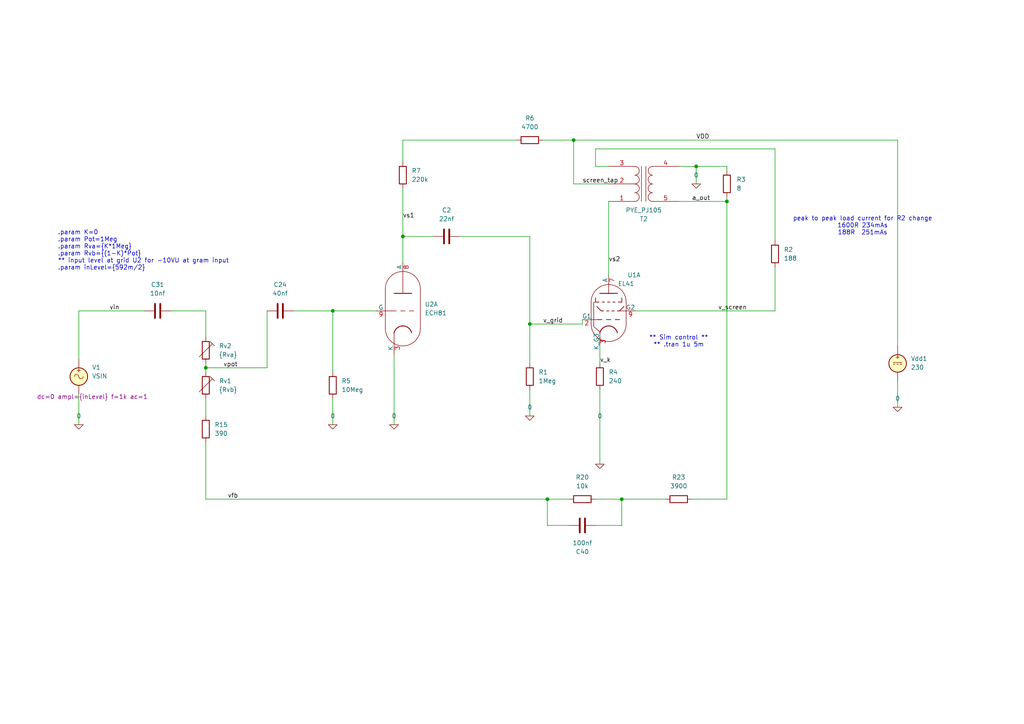
<source format=kicad_sch>
(kicad_sch (version 20231120) (generator "eeschema") (generator_version "8.0")
  (paper "A4")
  (lib_symbols
    (symbol "Device:C" (pin_numbers hide) (pin_names (offset 0.254))
      (property "Reference" "C" (at 0.635 2.54 0))
      (property "Value" "C" (at 0.635 -2.54 0))
      (symbol "C_0_1"
        (polyline (pts (xy -2.032 -0.762) (xy 2.032 -0.762)) (stroke (width 0.508)))
        (polyline (pts (xy -2.032 0.762) (xy 2.032 0.762)) (stroke (width 0.508)))
      )
      (symbol "C_1_1"
        (pin passive line (at 0 3.81 270) (length 2.794) (name "~") (number "1"))
        (pin passive line (at 0 -3.81 90) (length 2.794) (name "~") (number "2"))
      )
    )
    (symbol "Device:R" (pin_numbers hide) (pin_names (offset 0))
      (property "Reference" "R" (at 2.032 0 90))
      (property "Value" "R" (at 0 0 90))
      (symbol "R_0_1"
        (rectangle (start -1.016 -2.54) (end 1.016 2.54) (stroke (width 0.254)))
      )
      (symbol "R_1_1"
        (pin passive line (at 0 3.81 270) (length 1.27) (name "~") (number "1"))
        (pin passive line (at 0 -3.81 90) (length 1.27) (name "~") (number "2"))
      )
    )
    (symbol "Device:R_Trim" (pin_numbers hide) (pin_names (offset 0))
      (property "Reference" "R" (at 2.54 -2.54 90))
      (property "Value" "R_Trim" (at -2.54 -0.635 90))
      (symbol "R_Trim_0_1"
        (rectangle (start -1.016 -2.54) (end 1.016 2.54) (stroke (width 0.254)))
        (polyline (pts (xy -1.905 -1.905) (xy 1.905 1.905) (xy 2.54 1.27) (xy 1.27 2.54)))
      )
      (symbol "R_Trim_1_1"
        (pin passive line (at 0 3.81 270) (length 1.27) (name "~") (number "1"))
        (pin passive line (at 0 -3.81 90) (length 1.27) (name "~") (number "2"))
      )
    )
    (symbol "Device:Transformer_SP_1S" (pin_names (offset 1.016) hide)
      (property "Reference" "T" (at 0 6.35 0))
      (property "Value" "Transformer_SP_1S" (at 0 -7.62 0))
      (symbol "Transformer_SP_1S_0_1"
        (arc (start -2.54 -5.0546) (mid -1.6599 -4.6901) (end -1.27 -3.81))
        (arc (start -2.54 -2.5146) (mid -1.6599 -2.1501) (end -1.27 -1.27))
        (arc (start -2.54 0.0254) (mid -1.6599 0.3899) (end -1.27 1.27))
        (arc (start -2.54 2.5654) (mid -1.6599 2.9299) (end -1.27 3.81))
        (arc (start -1.27 -3.81) (mid -1.642 -2.912) (end -2.54 -2.54))
        (arc (start -1.27 -1.27) (mid -1.642 -0.372) (end -2.54 0))
        (arc (start -1.27 1.27) (mid -1.642 2.168) (end -2.54 2.54))
        (arc (start -1.27 3.81) (mid -1.642 4.708) (end -2.54 5.08))
        (polyline (pts (xy -0.635 5.08) (xy -0.635 -5.08)))
        (polyline (pts (xy 0.635 -5.08) (xy 0.635 5.08)))
        (arc (start 1.2954 -1.27) (mid 1.6599 -2.1501) (end 2.54 -2.5146))
        (arc (start 1.2954 1.27) (mid 1.6599 0.3899) (end 2.54 0.0254))
        (arc (start 1.2954 3.81) (mid 1.6599 2.9299) (end 2.54 2.5654))
        (arc (start 1.3208 -3.81) (mid 1.6853 -4.6901) (end 2.5654 -5.0546))
        (arc (start 2.54 0) (mid 1.642 -0.372) (end 1.2954 -1.27))
        (arc (start 2.54 2.54) (mid 1.642 2.168) (end 1.2954 1.27))
        (arc (start 2.54 5.08) (mid 1.642 4.708) (end 1.2954 3.81))
        (arc (start 2.5654 -2.54) (mid 1.6674 -2.912) (end 1.3208 -3.81))
      )
      (symbol "Transformer_SP_1S_1_1"
        (pin passive line (at -10.16 5.08 0) (length 7.62) (name "PR1") (number "1"))
        (pin passive line (at -10.16 0 0) (length 7.62) (name "PM") (number "2"))
        (pin passive line (at -10.16 -5.08 0) (length 7.62) (name "PR2") (number "3"))
        (pin passive line (at 10.16 -5.08 180) (length 7.62) (name "S1") (number "4"))
        (pin passive line (at 10.16 5.08 180) (length 7.62) (name "S2") (number "5"))
      )
    )
    (symbol "Simulation_SPICE:0" (power) (pin_numbers hide) (pin_names (offset 0) hide)
      (property "Value" "0" (at 0 -2.54 0))
      (symbol "0_0_1"
        (polyline (pts (xy -1.27 0) (xy 0 -1.27) (xy 1.27 0) (xy -1.27 0)))
      )
      (symbol "0_1_1"
        (pin power_in line (at 0 0 0) (length 0) (name "~") (number "1"))
      )
    )
    (symbol "Simulation_SPICE:VDC" (pin_numbers hide) (pin_names (offset 0.0254))
      (property "Reference" "V" (at 2.54 2.54 0))
      (property "Value" "1" (at 2.54 0 0))
      (symbol "VDC_0_0"
        (polyline (pts (xy -1.27 0.254) (xy 1.27 0.254)))
        (polyline (pts (xy -0.762 -0.254) (xy -1.27 -0.254)))
        (polyline (pts (xy 0.254 -0.254) (xy -0.254 -0.254)))
        (polyline (pts (xy 1.27 -0.254) (xy 0.762 -0.254)))
        (text "+" (at 0 1.905 0) (effects (font (size 1.27 1.27))))
      )
      (symbol "VDC_0_1"
        (circle (center 0 0) (radius 2.54) (stroke (width 0.254)) (fill (type background)))
      )
      (symbol "VDC_1_1"
        (pin passive line (at 0 5.08 270) (length 2.54) (name "~") (number "1"))
        (pin passive line (at 0 -5.08 90) (length 2.54) (name "~") (number "2"))
      )
    )
    (symbol "Simulation_SPICE:VSIN" (pin_numbers hide) (pin_names (offset 0.0254))
      (property "Reference" "V" (at 2.54 2.54 0))
      (property "Value" "VSIN" (at 2.54 0 0))
      (property "Sim.Params" "dc=0 ampl=1 f=1k ac=1" (at 2.54 -2.54 0))
      (symbol "VSIN_0_0"
        (arc (start 0 0) (mid -0.635 0.6323) (end -1.27 0))
        (arc (start 0 0) (mid 0.635 -0.6323) (end 1.27 0))
        (text "+" (at 0 1.905 0) (effects (font (size 1.27 1.27))))
      )
      (symbol "VSIN_0_1"
        (circle (center 0 0) (radius 2.54) (stroke (width 0.254)) (fill (type background)))
      )
      (symbol "VSIN_1_1"
        (pin passive line (at 0 5.08 270) (length 2.54) (name "~") (number "1"))
        (pin passive line (at 0 -5.08 90) (length 2.54) (name "~") (number "2"))
      )
    )
    (symbol "Valve:ECH81" (pin_names (offset 0))
      (property "Reference" "U" (at 2.54 12.7 0))
      (property "Value" "ECH81" (at 5.715 -9.525 0))
      (symbol "ECH81_0_1"
        (arc (start -5.08 -5.08) (mid 0 -10.1379) (end 5.08 -5.08))
        (polyline (pts (xy -5.08 6.35) (xy -5.08 -5.08) (xy -5.08 -5.08)))
        (polyline (pts (xy 5.08 6.35) (xy 5.08 -5.08) (xy 5.08 -5.08)))
        (arc (start 5.08 6.35) (mid 0 11.4079) (end -5.08 6.35))
      )
      (symbol "ECH81_1_0"
        (polyline (pts (xy -2.54 -6.35) (xy -2.54 -8.89)))
      )
      (symbol "ECH81_1_1"
        (polyline (pts (xy -5.08 0) (xy -3.175 0)))
        (polyline (pts (xy -1.905 0) (xy -3.175 0)) (stroke (width 0.1524)))
        (polyline (pts (xy -0.635 0) (xy 0.635 0)) (stroke (width 0.1524)))
        (polyline (pts (xy 1.905 0) (xy 3.175 0)) (stroke (width 0.1524)))
        (polyline (pts (xy -2.54 5.08) (xy 2.54 5.08) (xy 2.54 5.08)) (stroke (width 0.254)))
        (polyline (pts (xy 0 5.08) (xy 0 11.43) (xy 0 11.43)))
        (arc (start 2.54 -6.35) (mid 0 -4.3668) (end -2.54 -6.35) (stroke (width 0.254)))
        (pin bidirectional line (at -2.54 -12.7 90) (length 3.81) (name "K") (number "3"))
        (pin output line (at 0 13.97 270) (length 2.54) (name "A") (number "8"))
        (pin input line (at -7.62 0 0) (length 2.54) (name "G") (number "9"))
      )
      (symbol "ECH81_2_0"
        (polyline (pts (xy -5.08 -3.81) (xy -3.175 -3.81)))
        (polyline (pts (xy -5.08 1.27) (xy -3.175 1.27)))
        (polyline (pts (xy -2.54 -7.62) (xy -2.54 -10.16)))
        (polyline (pts (xy 0 8.89) (xy 0 11.43)))
        (polyline (pts (xy 4.572 3.81) (xy 5.08 3.81)))
      )
      (symbol "ECH81_2_1"
        (polyline (pts (xy -4.572 -5.588) (xy -2.54 -7.62)) (stroke (width 0.1524)))
        (polyline (pts (xy -4.572 6.35) (xy -4.572 -5.588)) (stroke (width 0.1524)))
        (polyline (pts (xy -3.937 0) (xy -2.667 -1.27)) (stroke (width 0.1524)))
        (polyline (pts (xy -3.937 5.08) (xy -2.667 3.81)) (stroke (width 0.1524)))
        (polyline (pts (xy -3.81 6.35) (xy -4.572 6.35)) (stroke (width 0.1524)))
        (polyline (pts (xy -3.81 6.35) (xy -2.794 6.35)) (stroke (width 0.1524)))
        (polyline (pts (xy -3.81 7.62) (xy -3.81 6.35)) (stroke (width 0.1524)))
        (polyline (pts (xy -2.667 -1.27) (xy -2.54 -1.27)) (stroke (width 0.1524)))
        (polyline (pts (xy -2.667 3.81) (xy -2.54 3.81)) (stroke (width 0.1524)))
        (polyline (pts (xy -1.905 -3.81) (xy -3.175 -3.81)) (stroke (width 0.1524)))
        (polyline (pts (xy -1.905 1.27) (xy -3.175 1.27)) (stroke (width 0.1524)))
        (polyline (pts (xy -1.8542 3.81) (xy -1.2192 3.81)) (stroke (width 0.1524)))
        (polyline (pts (xy -1.8542 6.35) (xy -1.2192 6.35)) (stroke (width 0.1524)))
        (polyline (pts (xy -1.27 -1.27) (xy -1.6002 -1.27)) (stroke (width 0.1524)))
        (polyline (pts (xy -0.635 -3.81) (xy 0.635 -3.81)) (stroke (width 0.1524)))
        (polyline (pts (xy -0.635 1.27) (xy 0.635 1.27)) (stroke (width 0.1524)))
        (polyline (pts (xy -0.3302 -1.27) (xy 0.3302 -1.27)) (stroke (width 0.1524)))
        (polyline (pts (xy -0.3302 3.81) (xy 0.3302 3.81)) (stroke (width 0.1524)))
        (polyline (pts (xy -0.3302 6.35) (xy 0.3302 6.35)) (stroke (width 0.1524)))
        (polyline (pts (xy 1.2192 -1.27) (xy 1.6002 -1.27)) (stroke (width 0.1524)))
        (polyline (pts (xy 1.2192 3.81) (xy 1.8542 3.81)) (stroke (width 0.1524)))
        (polyline (pts (xy 1.2192 6.35) (xy 1.8542 6.35)) (stroke (width 0.1524)))
        (polyline (pts (xy 1.905 -3.81) (xy 3.175 -3.81)) (stroke (width 0.1524)))
        (polyline (pts (xy 1.905 1.27) (xy 3.175 1.27)) (stroke (width 0.1524)))
        (polyline (pts (xy 2.54 -1.27) (xy 2.921 -1.27)) (stroke (width 0.1524)))
        (polyline (pts (xy 2.54 3.81) (xy 2.921 3.81)) (stroke (width 0.1524)))
        (polyline (pts (xy 2.921 3.81) (xy 4.572 3.81)))
        (polyline (pts (xy 3.81 6.35) (xy 2.794 6.35)) (stroke (width 0.1524)))
        (polyline (pts (xy 3.81 7.62) (xy 3.81 6.35)) (stroke (width 0.1524)))
        (polyline (pts (xy 3.937 0) (xy 2.921 -1.27)) (stroke (width 0.1524)))
        (polyline (pts (xy 3.937 5.08) (xy 2.921 3.81)) (stroke (width 0.1524)))
        (polyline (pts (xy 4.572 -1.27) (xy 2.921 -1.27)))
        (polyline (pts (xy 4.572 3.81) (xy 4.572 -1.27)))
        (polyline (pts (xy -2.54 8.89) (xy 2.54 8.89) (xy 2.54 8.89) (xy 2.54 8.89)) (stroke (width 0.254)))
        (arc (start 2.54 -7.62) (mid 0 -5.6368) (end -2.54 -7.62) (stroke (width 0.254)))
        (pin input line (at 7.62 3.81 180) (length 2.54) (name "G2_G4") (number "1"))
        (pin input line (at -7.62 -3.81 0) (length 2.54) (name "G1") (number "2"))
        (pin output line (at 0 13.97 270) (length 2.54) (name "A") (number "6"))
        (pin input line (at -7.62 1.27 0) (length 2.54) (name "G3") (number "7"))
        (pin bidirectional line (at -2.54 -11.43 90) (length 2.54) (name "K_G5") (number "~"))
      )
      (symbol "ECH81_3_1"
        (arc (start 2.54 -6.35) (mid 0 -4.7802) (end -2.54 -6.35))
        (pin power_in line (at -2.54 -13.97 90) (length 7.62) (name "F1") (number "4"))
        (pin power_in line (at 2.54 -13.97 90) (length 7.62) (name "F2") (number "5"))
      )
    )
    (symbol "Valve:EL84" (pin_names (offset 0))
      (property "Reference" "U" (at 2.54 10.16 0))
      (property "Value" "EL84" (at 7.62 -7.62 0))
      (symbol "EL84_0_1"
        (arc (start -5.08 -2.54) (mid 0 -7.5979) (end 5.08 -2.54))
        (polyline (pts (xy -5.08 3.81) (xy -5.08 -2.54) (xy -5.08 -2.54)))
        (polyline (pts (xy 5.08 -2.54) (xy 5.08 3.81) (xy 5.08 3.81)))
        (arc (start 5.08 3.81) (mid 0 8.8679) (end -5.08 3.81))
      )
      (symbol "EL84_1_0"
        (polyline (pts (xy -2.54 -5.08) (xy -2.54 -7.62)))
      )
      (symbol "EL84_1_1"
        (polyline (pts (xy -5.08 -1.27) (xy -3.175 -1.27)))
        (polyline (pts (xy -4.318 -3.302) (xy -4.318 3.7338)))
        (polyline (pts (xy -4.318 -3.302) (xy -2.54 -4.826)))
        (polyline (pts (xy -4.064 3.7338) (xy -4.318 3.7338)))
        (polyline (pts (xy -3.81 3.81) (xy -2.794 3.81)) (stroke (width 0.2032)))
        (polyline (pts (xy -3.81 5.08) (xy -3.81 3.81)) (stroke (width 0.2032)))
        (polyline (pts (xy -3.429 2.54) (xy -2.159 1.27)) (stroke (width 0.2032)))
        (polyline (pts (xy -2.159 1.27) (xy -1.4732 1.27)) (stroke (width 0.2032)))
        (polyline (pts (xy -1.905 -1.27) (xy -3.175 -1.27)) (stroke (width 0.2032)))
        (polyline (pts (xy -1.8542 3.81) (xy -1.2192 3.81)) (stroke (width 0.2032)))
        (polyline (pts (xy -0.635 -1.27) (xy 0.635 -1.27)) (stroke (width 0.2032)))
        (polyline (pts (xy -0.5842 1.27) (xy 0.0762 1.27)) (stroke (width 0.2032)))
        (polyline (pts (xy -0.3302 3.81) (xy 0.3302 3.81)) (stroke (width 0.2032)))
        (polyline (pts (xy 0 6.35) (xy 0 8.89)))
        (polyline (pts (xy 0.9652 1.27) (xy 1.6002 1.27)) (stroke (width 0.2032)))
        (polyline (pts (xy 1.2192 3.81) (xy 1.8542 3.81)) (stroke (width 0.2032)))
        (polyline (pts (xy 1.905 -1.27) (xy 3.175 -1.27)) (stroke (width 0.2032)))
        (polyline (pts (xy 2.54 1.27) (xy 3.175 1.27)) (stroke (width 0.2032)))
        (polyline (pts (xy 3.175 1.27) (xy 5.08 1.27)))
        (polyline (pts (xy 3.81 3.81) (xy 2.794 3.81)) (stroke (width 0.2032)))
        (polyline (pts (xy 3.81 5.08) (xy 3.81 3.81)) (stroke (width 0.2032)))
        (polyline (pts (xy 4.445 2.54) (xy 3.175 1.27)) (stroke (width 0.2032)))
        (polyline (pts (xy -2.54 6.35) (xy 2.54 6.35) (xy 2.54 6.35)) (stroke (width 0.254)))
        (arc (start 2.54 -5.08) (mid 0 -3.0968) (end -2.54 -5.08) (stroke (width 0.254)))
        (pin input line (at -7.62 -1.27 0) (length 2.54) (name "G1") (number "2"))
        (pin bidirectional line (at -2.54 -8.89 90) (length 2.54) (name "K_G3") (number "3"))
        (pin output line (at 0 11.43 270) (length 2.54) (name "A") (number "7"))
        (pin input line (at 7.62 1.27 180) (length 2.54) (name "G2") (number "9"))
      )
      (symbol "EL84_2_1"
        (polyline (pts (xy -2.54 -5.08) (xy -2.54 -6.35) (xy -2.54 -6.35)))
        (polyline (pts (xy 2.54 -6.35) (xy 2.54 -5.08) (xy 2.54 -5.08)))
        (arc (start 2.54 -5.08) (mid 0 -4.0279) (end -2.54 -5.08))
        (pin power_in line (at -2.54 -10.16 90) (length 3.81) (name "F1") (number "4"))
        (pin power_in line (at 2.54 -10.16 90) (length 3.81) (name "F2") (number "5"))
      )
    )
  )
  (junction (at 116.84 68.58))
  (junction (at 166.37 40.64))
  (junction (at 96.52 90.17))
  (junction (at 201.93 48.26))
  (junction (at 158.75 144.78))
  (junction (at 59.69 106.68))
  (junction (at 180.34 144.78))
  (junction (at 210.82 58.42))
  (junction (at 153.67 93.98))
  (wire (pts (xy 172.72 43.18) (xy 172.72 48.26)))
  (wire (pts (xy 116.84 68.58) (xy 125.73 68.58)))
  (wire (pts (xy 133.35 68.58) (xy 153.67 68.58)))
  (wire (pts (xy 49.53 90.17) (xy 59.69 90.17)))
  (wire (pts (xy 165.1 144.78) (xy 158.75 144.78)))
  (wire (pts (xy 96.52 90.17) (xy 109.22 90.17)))
  (wire (pts (xy 210.82 58.42) (xy 196.85 58.42)))
  (wire (pts (xy 59.69 107.95) (xy 59.69 106.68)))
  (wire (pts (xy 173.99 100.33) (xy 173.99 105.41)))
  (wire (pts (xy 172.72 144.78) (xy 180.34 144.78)))
  (wire (pts (xy 172.72 152.4) (xy 180.34 152.4)))
  (wire (pts (xy 180.34 144.78) (xy 180.34 152.4)))
  (wire (pts (xy 200.66 144.78) (xy 210.82 144.78)))
  (wire (pts (xy 260.35 110.49) (xy 260.35 118.11)))
  (wire (pts (xy 201.93 48.26) (xy 201.93 53.34)))
  (wire (pts (xy 153.67 68.58) (xy 153.67 93.98)))
  (wire (pts (xy 59.69 115.57) (xy 59.69 120.65)))
  (wire (pts (xy 158.75 152.4) (xy 158.75 144.78)))
  (wire (pts (xy 116.84 40.64) (xy 149.86 40.64)))
  (wire (pts (xy 96.52 115.57) (xy 96.52 123.19)))
  (wire (pts (xy 158.75 144.78) (xy 59.69 144.78)))
  (wire (pts (xy 153.67 93.98) (xy 153.67 105.41)))
  (wire (pts (xy 22.86 123.19) (xy 22.86 114.3)))
  (wire (pts (xy 184.15 90.17) (xy 224.79 90.17)))
  (wire (pts (xy 22.86 90.17) (xy 41.91 90.17)))
  (wire (pts (xy 176.53 58.42) (xy 176.53 80.01)))
  (wire (pts (xy 172.72 43.18) (xy 224.79 43.18)))
  (wire (pts (xy 116.84 76.2) (xy 116.84 68.58)))
  (wire (pts (xy 77.47 90.17) (xy 77.47 106.68)))
  (wire (pts (xy 224.79 43.18) (xy 224.79 69.85)))
  (wire (pts (xy 22.86 104.14) (xy 22.86 90.17)))
  (wire (pts (xy 180.34 144.78) (xy 193.04 144.78)))
  (wire (pts (xy 59.69 90.17) (xy 59.69 97.79)))
  (wire (pts (xy 166.37 40.64) (xy 260.35 40.64)))
  (wire (pts (xy 116.84 46.99) (xy 116.84 40.64)))
  (wire (pts (xy 85.09 90.17) (xy 96.52 90.17)))
  (wire (pts (xy 176.53 53.34) (xy 166.37 53.34)))
  (wire (pts (xy 260.35 40.64) (xy 260.35 100.33)))
  (wire (pts (xy 116.84 68.58) (xy 116.84 54.61)))
  (wire (pts (xy 224.79 77.47) (xy 224.79 90.17)))
  (wire (pts (xy 176.53 48.26) (xy 172.72 48.26)))
  (wire (pts (xy 201.93 48.26) (xy 210.82 48.26)))
  (wire (pts (xy 59.69 128.27) (xy 59.69 144.78)))
  (wire (pts (xy 168.91 93.98) (xy 168.91 92.71)))
  (wire (pts (xy 59.69 106.68) (xy 59.69 105.41)))
  (wire (pts (xy 210.82 57.15) (xy 210.82 58.42)))
  (wire (pts (xy 166.37 40.64) (xy 166.37 53.34)))
  (wire (pts (xy 165.1 152.4) (xy 158.75 152.4)))
  (wire (pts (xy 114.3 102.87) (xy 114.3 123.19)))
  (wire (pts (xy 210.82 49.53) (xy 210.82 48.26)))
  (wire (pts (xy 196.85 48.26) (xy 201.93 48.26)))
  (wire (pts (xy 173.99 113.03) (xy 173.99 134.62)))
  (wire (pts (xy 153.67 113.03) (xy 153.67 120.65)))
  (wire (pts (xy 210.82 58.42) (xy 210.82 144.78)))
  (wire (pts (xy 96.52 90.17) (xy 96.52 107.95)))
  (wire (pts (xy 77.47 106.68) (xy 59.69 106.68)))
  (wire (pts (xy 157.48 40.64) (xy 166.37 40.64)))
  (wire (pts (xy 153.67 93.98) (xy 168.91 93.98)))
  (text "peak to peak load current for R2 change\n1600R 234mAs\n188R  251mAs" (exclude_from_sim yes) (at 250.19 65.532 0) (effects (font (size 1.27 1.27))))
  (text ".param K=0\n.param Pot=1Meg\n.param Rva={K*1Meg}\n.param Rvb={(1-K)*Pot}\n** input level at grid U2 for -10VU at gram input \n.param inLevel={592m/2}" (at 16.764 72.644 0) (effects (font (size 1.27 1.27)) (justify left)))
  (text "** Sim control **\n** .tran 1u 5m" (at 196.85 99.06 0) (effects (font (size 1.27 1.27))))
  (label "screen_tap" (at 168.91 53.34 0))
  (label "VDD" (at 201.93 40.64 0))
  (label "vin" (at 31.75 90.17 0))
  (label "v_grid" (at 157.48 93.98 0))
  (label "v_screen" (at 208.28 90.17 0))
  (label "v_k" (at 173.99 105.41 0))
  (label "vs2" (at 176.53 76.2 0))
  (label "vfb" (at 66.04 144.78 0))
  (label "vpot" (at 64.77 106.68 0))
  (label "a_out" (at 200.66 58.42 0))
  (label "vs1" (at 116.84 63.5 0))
  (symbol (lib_id "Simulation_SPICE:0") (at 173.99 134.62 0) (unit 1)
    (property "Reference" "#GND05" (effects (hide yes)))
    (property "Value" "0" (at 173.99 120.65 0))
    (property "Datasheet" "https://ngspice.sourceforge.io/docs/ngspice-html-manual/manual.xhtml#subsec_Circuit_elements__device" (effects (hide yes)))
    (property "Description" "0V reference potential for simulation" (effects (hide yes)))
  )
  (symbol (lib_id "Device:R") (at 173.99 109.22 0) (unit 1)
    (property "Reference" "R4" (at 176.53 107.9499 0) (effects (justify left)))
    (property "Value" "240" (at 176.53 110.4899 0) (effects (justify left)))
    (property "Description" "Resistor" (effects (hide yes)))
  )
  (symbol (lib_id "Device:R") (at 96.52 111.76 0) (unit 1)
    (property "Reference" "R5" (at 99.06 110.4899 0) (effects (justify left)))
    (property "Value" "10Meg" (at 99.06 113.0299 0) (effects (justify left)))
    (property "Description" "Resistor" (effects (hide yes)))
  )
  (symbol (lib_id "Simulation_SPICE:0") (at 153.67 120.65 0) (unit 1)
    (property "Reference" "#GND06" (effects (hide yes)))
    (property "Value" "0" (at 153.67 118.11 0))
    (property "Datasheet" "https://ngspice.sourceforge.io/docs/ngspice-html-manual/manual.xhtml#subsec_Circuit_elements__device" (effects (hide yes)))
    (property "Description" "0V reference potential for simulation" (effects (hide yes)))
  )
  (symbol (lib_id "Device:C") (at 81.28 90.17 90) (unit 1)
    (property "Reference" "C24" (at 81.28 82.55 90))
    (property "Value" "40nf" (at 81.28 85.09 90))
    (property "Description" "Unpolarized capacitor" (effects (hide yes)))
  )
  (symbol (lib_id "Simulation_SPICE:0") (at 22.86 123.19 0) (unit 1)
    (property "Reference" "#GND01" (effects (hide yes)))
    (property "Value" "0" (at 22.86 120.65 0))
    (property "Datasheet" "https://ngspice.sourceforge.io/docs/ngspice-html-manual/manual.xhtml#subsec_Circuit_elements__device" (effects (hide yes)))
    (property "Description" "0V reference potential for simulation" (effects (hide yes)))
  )
  (symbol (lib_id "Simulation_SPICE:0") (at 96.52 123.19 0) (unit 1)
    (property "Reference" "#GND03" (effects (hide yes)))
    (property "Value" "0" (at 96.52 120.65 0))
    (property "Datasheet" "https://ngspice.sourceforge.io/docs/ngspice-html-manual/manual.xhtml#subsec_Circuit_elements__device" (effects (hide yes)))
    (property "Description" "0V reference potential for simulation" (effects (hide yes)))
  )
  (symbol (lib_id "Device:R") (at 224.79 73.66 0) (unit 1)
    (property "Reference" "R2" (at 227.33 72.3899 0) (effects (justify left)))
    (property "Value" "188" (at 227.33 74.9299 0) (effects (justify left)))
    (property "Description" "Resistor" (effects (hide yes)))
  )
  (symbol (lib_id "Simulation_SPICE:VSIN") (at 22.86 109.22 0) (unit 1)
    (property "Reference" "V1" (at 26.67 106.5501 0) (effects (justify left)))
    (property "Value" "VSIN" (at 26.67 109.0901 0) (effects (justify left)))
    (property "Datasheet" "https://ngspice.sourceforge.io/docs/ngspice-html-manual/manual.xhtml#sec_Independent_Sources_for" (effects (hide yes)))
    (property "Description" "Voltage source, sinusoidal" (effects (hide yes)))
    (property "Sim.Pins" "1=+ 2=-" (effects (hide yes)))
    (property "Sim.Params" "dc=0 ampl={inLevel} f=1k ac=1" (at 10.668 115.062 0) (effects (justify left)))
    (property "Sim.Type" "SIN" (effects (hide yes)))
    (property "Sim.Device" "V" (effects (hide yes)))
  )
  (symbol (lib_id "Simulation_SPICE:0") (at 260.35 118.11 0) (unit 1)
    (property "Reference" "#GND04" (effects (hide yes)))
    (property "Value" "0" (at 260.35 115.57 0))
    (property "Datasheet" "https://ngspice.sourceforge.io/docs/ngspice-html-manual/manual.xhtml#subsec_Circuit_elements__device" (effects (hide yes)))
    (property "Description" "0V reference potential for simulation" (effects (hide yes)))
  )
  (symbol (lib_id "Device:R") (at 196.85 144.78 90) (unit 1)
    (property "Reference" "R23" (at 196.85 138.43 90))
    (property "Value" "3900" (at 196.85 140.97 90))
    (property "Description" "Resistor" (effects (hide yes)))
  )
  (symbol (lib_id "Device:C") (at 168.91 152.4 90) (mirror x) (unit 1)
    (property "Reference" "C40" (at 168.91 160.02 90))
    (property "Value" "100nf" (at 168.91 157.48 90))
    (property "Description" "Unpolarized capacitor" (effects (hide yes)))
  )
  (symbol (lib_id "Device:C") (at 129.54 68.58 90) (unit 1)
    (property "Reference" "C2" (at 129.54 60.96 90))
    (property "Value" "22nf" (at 129.54 63.5 90))
    (property "Description" "Unpolarized capacitor" (effects (hide yes)))
  )
  (symbol (lib_id "Valve:ECH81") (at 116.84 90.17 0) (unit 1)
    (property "Reference" "U2" (at 123.19 88.2538 0) (effects (justify left)))
    (property "Value" "ECH81" (at 123.19 90.7938 0) (effects (justify left)))
    (property "Footprint" "Valve:Valve_Noval_P" (effects (hide yes)))
    (property "Datasheet" "http://www.r-type.org/pdfs/ech81.pdf" (effects (hide yes)))
    (property "Description" "triode heptode" (effects (hide yes)))
    (property "Sim.Library" "C:\\Users\\Ken\\Documents\\Kicad_projects\\valve_sims\\library\\triodes.lib" (effects (hide yes)))
    (property "Sim.Name" "EBC41_TRIODE" (effects (hide yes)))
    (property "Sim.Device" "SUBCKT" (effects (hide yes)))
    (property "Sim.Pins" "3=3 8=1 9=2" (effects (hide yes)))
  )
  (symbol (lib_id "Simulation_SPICE:0") (at 114.3 123.19 0) (unit 1)
    (property "Reference" "#GND07" (effects (hide yes)))
    (property "Value" "0" (at 114.3 120.65 0))
    (property "Datasheet" "https://ngspice.sourceforge.io/docs/ngspice-html-manual/manual.xhtml#subsec_Circuit_elements__device" (effects (hide yes)))
    (property "Description" "0V reference potential for simulation" (effects (hide yes)))
  )
  (symbol (lib_id "Device:R") (at 168.91 144.78 90) (unit 1)
    (property "Reference" "R20" (at 168.91 138.43 90))
    (property "Value" "10k" (at 168.91 140.97 90))
    (property "Description" "Resistor" (effects (hide yes)))
  )
  (symbol (lib_id "Device:Transformer_SP_1S") (at 186.69 53.34 0) (mirror x) (unit 1)
    (property "Reference" "T2" (at 186.7027 63.5 0))
    (property "Value" "PYE_PJ105" (at 186.7027 60.96 0))
    (property "Description" "Transformer, split primary, single secondary" (effects (hide yes)))
    (property "Sim.Library" "C:\\Users\\Ken\\Documents\\Kicad_projects\\valve_sims\\library\\Output_Transformers.lib" (effects (hide yes)))
    (property "Sim.Name" "PYE_PJ105B" (effects (hide yes)))
    (property "Sim.Device" "SUBCKT" (effects (hide yes)))
    (property "Sim.Pins" "1=P 2=Sg 3=B 4=Sp1 5=Sp2" (effects (hide yes)))
  )
  (symbol (lib_id "Device:R") (at 153.67 40.64 90) (unit 1)
    (property "Reference" "R6" (at 153.67 34.29 90))
    (property "Value" "4700" (at 153.67 36.83 90))
    (property "Description" "Resistor" (effects (hide yes)))
  )
  (symbol (lib_id "Device:C") (at 45.72 90.17 90) (unit 1)
    (property "Reference" "C31" (at 45.72 82.55 90))
    (property "Value" "10nf" (at 45.72 85.09 90))
    (property "Description" "Unpolarized capacitor" (effects (hide yes)))
  )
  (symbol (lib_id "Device:R") (at 59.69 124.46 0) (unit 1)
    (property "Reference" "R15" (at 62.23 123.1899 0) (effects (justify left)))
    (property "Value" "390" (at 62.23 125.7299 0) (effects (justify left)))
    (property "Description" "Resistor" (effects (hide yes)))
  )
  (symbol (lib_id "Device:R_Trim") (at 59.69 101.6 0) (unit 1)
    (property "Reference" "Rv2" (at 63.5 100.3299 0) (effects (justify left)))
    (property "Value" "{Rva}" (at 63.5 102.8699 0) (effects (justify left)))
    (property "Description" "Trimmable resistor (preset resistor)" (effects (hide yes)))
  )
  (symbol (lib_id "Valve:EL84") (at 176.53 91.44 0) (unit 1)
    (property "Reference" "U1" (at 183.896 79.756 0))
    (property "Value" "EL41" (at 181.61 82.296 0))
    (property "Footprint" "Valve:Valve_Noval_P" (effects (hide yes)))
    (property "Datasheet" "http://www.r-type.org/pdfs/el84.pdf" (effects (hide yes)))
    (property "Description" "pentode, 12W" (effects (hide yes)))
    (property "Sim.Library" "C:\\Users\\Ken\\Documents\\Kicad_projects\\valve_sims\\library\\tetrodes_pentodes.lib" (effects (hide yes)))
    (property "Sim.Name" "EL41_2" (effects (hide yes)))
    (property "Sim.Device" "SUBCKT" (effects (hide yes)))
    (property "Sim.Pins" "2=G 3=K 7=P 9=G2" (effects (hide yes)))
  )
  (symbol (lib_id "Simulation_SPICE:0") (at 201.93 53.34 0) (unit 1)
    (property "Reference" "#GND02" (effects (hide yes)))
    (property "Value" "0" (at 201.93 50.8 0))
    (property "Datasheet" "https://ngspice.sourceforge.io/docs/ngspice-html-manual/manual.xhtml#subsec_Circuit_elements__device" (effects (hide yes)))
    (property "Description" "0V reference potential for simulation" (effects (hide yes)))
  )
  (symbol (lib_id "Device:R") (at 116.84 50.8 0) (unit 1)
    (property "Reference" "R7" (at 119.38 49.5299 0) (effects (justify left)))
    (property "Value" "220k" (at 119.38 52.0699 0) (effects (justify left)))
    (property "Description" "Resistor" (effects (hide yes)))
  )
  (symbol (lib_id "Device:R") (at 210.82 53.34 0) (unit 1)
    (property "Reference" "R3" (at 213.614 52.07 0) (effects (justify left)))
    (property "Value" "8" (at 213.614 54.61 0) (effects (justify left)))
    (property "Description" "Resistor" (effects (hide yes)))
  )
  (symbol (lib_id "Simulation_SPICE:VDC") (at 260.35 105.41 0) (unit 1)
    (property "Reference" "Vdd1" (at 264.16 104.0101 0) (effects (justify left)))
    (property "Value" "230" (at 264.16 106.5501 0) (effects (justify left)))
    (property "Datasheet" "https://ngspice.sourceforge.io/docs/ngspice-html-manual/manual.xhtml#sec_Independent_Sources_for" (effects (hide yes)))
    (property "Description" "Voltage source, DC" (effects (hide yes)))
    (property "Sim.Pins" "1=+ 2=-" (effects (hide yes)))
    (property "Sim.Type" "DC" (effects (hide yes)))
    (property "Sim.Device" "V" (effects (hide yes)))
  )
  (symbol (lib_id "Device:R_Trim") (at 59.69 111.76 0) (unit 1)
    (property "Reference" "Rv1" (at 63.5 110.4899 0) (effects (justify left)))
    (property "Value" "{Rvb}" (at 63.5 113.0299 0) (effects (justify left)))
    (property "Description" "Trimmable resistor (preset resistor)" (effects (hide yes)))
  )
  (symbol (lib_id "Device:R") (at 153.67 109.22 0) (unit 1)
    (property "Reference" "R1" (at 156.21 107.9499 0) (effects (justify left)))
    (property "Value" "1Meg" (at 156.21 110.4899 0) (effects (justify left)))
    (property "Description" "Resistor" (effects (hide yes)))
  )
)
</source>
